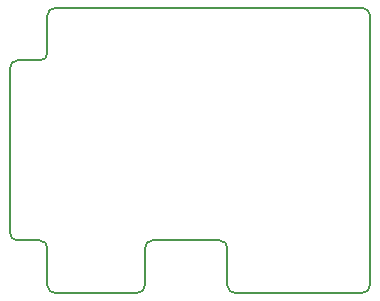
<source format=gbr>
G04 #@! TF.GenerationSoftware,KiCad,Pcbnew,(5.1.4)-1*
G04 #@! TF.CreationDate,2020-01-13T04:09:21-05:00*
G04 #@! TF.ProjectId,SRXBreakout,53525842-7265-4616-9b6f-75742e6b6963,rev?*
G04 #@! TF.SameCoordinates,Original*
G04 #@! TF.FileFunction,Profile,NP*
%FSLAX46Y46*%
G04 Gerber Fmt 4.6, Leading zero omitted, Abs format (unit mm)*
G04 Created by KiCad (PCBNEW (5.1.4)-1) date 2020-01-13 04:09:21*
%MOMM*%
%LPD*%
G04 APERTURE LIST*
%ADD10C,0.150000*%
G04 APERTURE END LIST*
D10*
X151130000Y-126365000D02*
X158115000Y-126365000D01*
X149860000Y-106680000D02*
X147955000Y-106680000D01*
X147320000Y-107315000D02*
G75*
G02X147955000Y-106680000I635000J0D01*
G01*
X150495000Y-106045000D02*
G75*
G02X149860000Y-106680000I-635000J0D01*
G01*
X150495000Y-102870000D02*
X150495000Y-106045000D01*
X147955000Y-121920000D02*
G75*
G02X147320000Y-121285000I0J635000D01*
G01*
X149860000Y-121920000D02*
X147955000Y-121920000D01*
X150495000Y-122555000D02*
X150495000Y-125730000D01*
X149860000Y-121920000D02*
G75*
G02X150495000Y-122555000I0J-635000D01*
G01*
X158750000Y-122555000D02*
X158750000Y-125730000D01*
X165100000Y-121920000D02*
X159385000Y-121920000D01*
X158750000Y-122555000D02*
G75*
G02X159385000Y-121920000I635000J0D01*
G01*
X177800000Y-102870000D02*
X177800000Y-125730000D01*
X151130000Y-102235000D02*
X177165000Y-102235000D01*
X147320000Y-121285000D02*
X147320000Y-107315000D01*
X166370000Y-126365000D02*
X177165000Y-126365000D01*
X151130000Y-126365000D02*
G75*
G02X150495000Y-125730000I0J635000D01*
G01*
X150495000Y-102870000D02*
G75*
G02X151130000Y-102235000I635000J0D01*
G01*
X177165000Y-102235000D02*
G75*
G02X177800000Y-102870000I0J-635000D01*
G01*
X177800000Y-125730000D02*
G75*
G02X177165000Y-126365000I-635000J0D01*
G01*
X158750000Y-125730000D02*
G75*
G02X158115000Y-126365000I-635000J0D01*
G01*
X165735000Y-122555000D02*
X165735000Y-125730000D01*
X166370000Y-126365000D02*
G75*
G02X165735000Y-125730000I0J635000D01*
G01*
X165100000Y-121920000D02*
G75*
G02X165735000Y-122555000I0J-635000D01*
G01*
M02*

</source>
